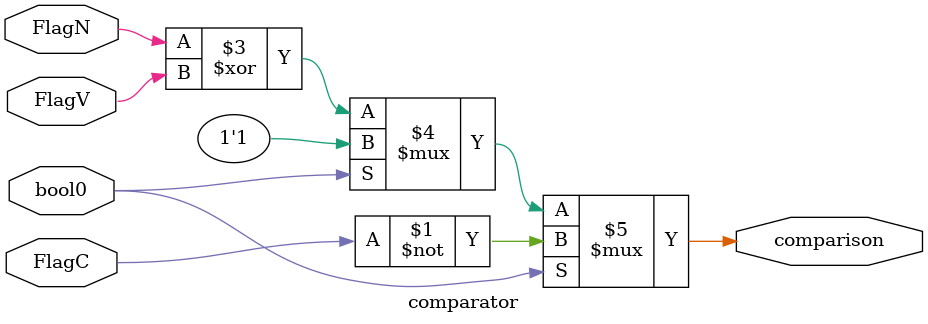
<source format=sv>
`timescale 1ns / 1ps


module comparator(
  input wire FlagN, FlagV, FlagC, bool0,
  output wire comparison
    );
    
    assign comparison = (bool0) ? ~FlagC : (~bool0) ? FlagN ^ FlagV : 1'b1;
    
endmodule

</source>
